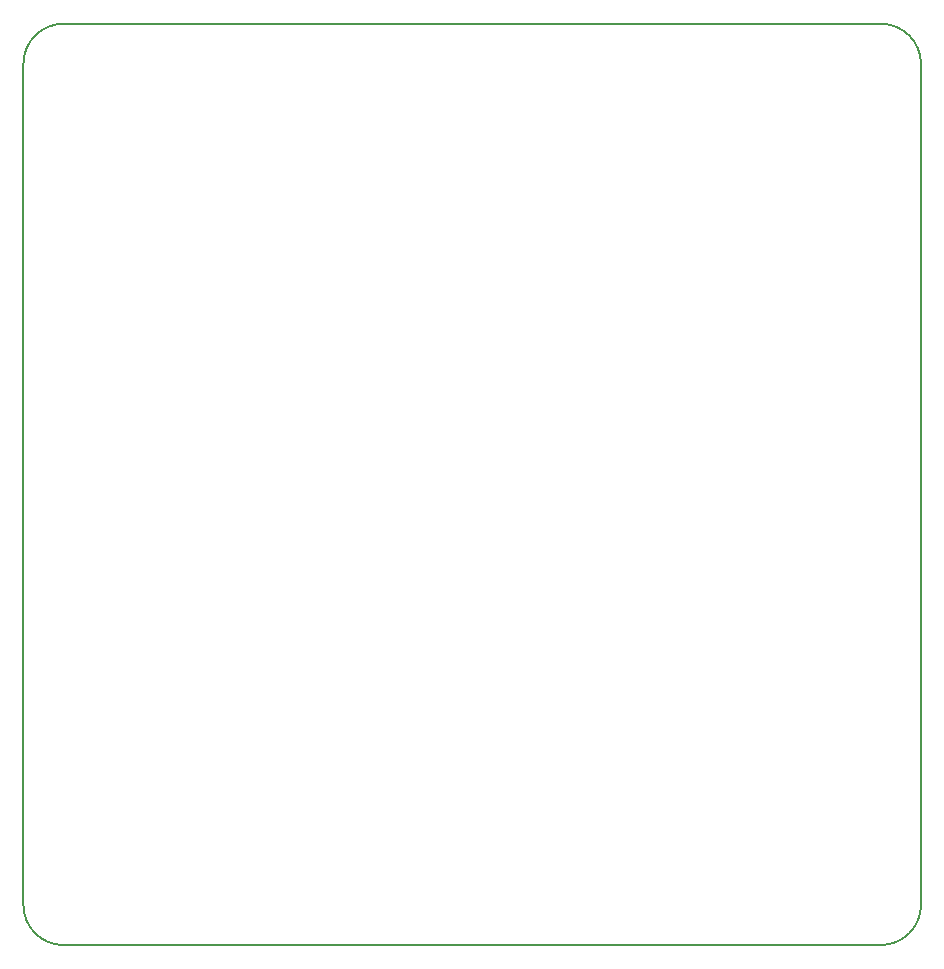
<source format=gbr>
%TF.GenerationSoftware,KiCad,Pcbnew,8.0.2*%
%TF.CreationDate,2024-07-15T20:50:26+07:00*%
%TF.ProjectId,chroma-pixel-h743,6368726f-6d61-42d7-9069-78656c2d6837,rev?*%
%TF.SameCoordinates,Original*%
%TF.FileFunction,Profile,NP*%
%FSLAX46Y46*%
G04 Gerber Fmt 4.6, Leading zero omitted, Abs format (unit mm)*
G04 Created by KiCad (PCBNEW 8.0.2) date 2024-07-15 20:50:26*
%MOMM*%
%LPD*%
G01*
G04 APERTURE LIST*
%TA.AperFunction,Profile*%
%ADD10C,0.150000*%
%TD*%
G04 APERTURE END LIST*
D10*
X182197300Y-122941100D02*
X182197300Y-51741100D01*
X178797300Y-126341100D02*
X109597300Y-126341100D01*
X178797300Y-48341100D02*
X109597300Y-48341100D01*
X182197300Y-122941100D02*
G75*
G02*
X178797300Y-126341100I-3400000J0D01*
G01*
X106197300Y-122941100D02*
X106197300Y-51741100D01*
X109597300Y-126341100D02*
G75*
G02*
X106197300Y-122941100I0J3400000D01*
G01*
X178797300Y-48341100D02*
G75*
G02*
X182197300Y-51741100I0J-3400000D01*
G01*
X106197300Y-51741100D02*
G75*
G02*
X109597300Y-48341100I3400000J0D01*
G01*
M02*

</source>
